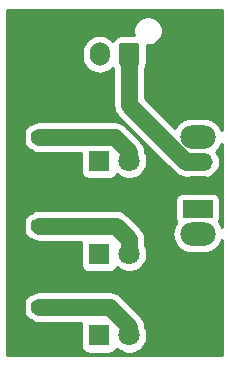
<source format=gbr>
%TF.GenerationSoftware,KiCad,Pcbnew,(5.1.9)-1*%
%TF.CreationDate,2022-03-01T01:02:47+08:00*%
%TF.ProjectId,LED,4c45442e-6b69-4636-9164-5f7063625858,rev?*%
%TF.SameCoordinates,Original*%
%TF.FileFunction,Copper,L1,Top*%
%TF.FilePolarity,Positive*%
%FSLAX46Y46*%
G04 Gerber Fmt 4.6, Leading zero omitted, Abs format (unit mm)*
G04 Created by KiCad (PCBNEW (5.1.9)-1) date 2022-03-01 01:02:47*
%MOMM*%
%LPD*%
G01*
G04 APERTURE LIST*
%TA.AperFunction,ComponentPad*%
%ADD10O,3.000000X2.000000*%
%TD*%
%TA.AperFunction,ComponentPad*%
%ADD11O,2.500000X1.500000*%
%TD*%
%TA.AperFunction,ComponentPad*%
%ADD12R,2.500000X1.500000*%
%TD*%
%TA.AperFunction,ComponentPad*%
%ADD13O,1.700000X2.000000*%
%TD*%
%TA.AperFunction,ComponentPad*%
%ADD14C,1.800000*%
%TD*%
%TA.AperFunction,ComponentPad*%
%ADD15R,1.800000X1.800000*%
%TD*%
%TA.AperFunction,Conductor*%
%ADD16C,1.400000*%
%TD*%
%TA.AperFunction,Conductor*%
%ADD17C,0.254000*%
%TD*%
%TA.AperFunction,Conductor*%
%ADD18C,0.100000*%
%TD*%
G04 APERTURE END LIST*
D10*
%TO.P,SW1,*%
%TO.N,*%
X186800000Y-91400000D03*
X186800000Y-99600000D03*
D11*
%TO.P,SW1,3*%
%TO.N,Net-(J1-Pad1)*%
X186800000Y-93500000D03*
%TO.P,SW1,2*%
%TO.N,Net-(R1-Pad1)*%
X186800000Y-95500000D03*
D12*
%TO.P,SW1,1*%
%TO.N,Net-(SW1-Pad1)*%
X186800000Y-97500000D03*
%TD*%
%TO.P,R3,2*%
%TO.N,Net-(D3-Pad2)*%
%TA.AperFunction,SMDPad,CuDef*%
G36*
G01*
X172949999Y-98400000D02*
X173850001Y-98400000D01*
G75*
G02*
X174100000Y-98649999I0J-249999D01*
G01*
X174100000Y-99175001D01*
G75*
G02*
X173850001Y-99425000I-249999J0D01*
G01*
X172949999Y-99425000D01*
G75*
G02*
X172700000Y-99175001I0J249999D01*
G01*
X172700000Y-98649999D01*
G75*
G02*
X172949999Y-98400000I249999J0D01*
G01*
G37*
%TD.AperFunction*%
%TO.P,R3,1*%
%TO.N,Net-(R1-Pad1)*%
%TA.AperFunction,SMDPad,CuDef*%
G36*
G01*
X172949999Y-96575000D02*
X173850001Y-96575000D01*
G75*
G02*
X174100000Y-96824999I0J-249999D01*
G01*
X174100000Y-97350001D01*
G75*
G02*
X173850001Y-97600000I-249999J0D01*
G01*
X172949999Y-97600000D01*
G75*
G02*
X172700000Y-97350001I0J249999D01*
G01*
X172700000Y-96824999D01*
G75*
G02*
X172949999Y-96575000I249999J0D01*
G01*
G37*
%TD.AperFunction*%
%TD*%
%TO.P,R2,2*%
%TO.N,Net-(D2-Pad2)*%
%TA.AperFunction,SMDPad,CuDef*%
G36*
G01*
X172949999Y-105300000D02*
X173850001Y-105300000D01*
G75*
G02*
X174100000Y-105549999I0J-249999D01*
G01*
X174100000Y-106075001D01*
G75*
G02*
X173850001Y-106325000I-249999J0D01*
G01*
X172949999Y-106325000D01*
G75*
G02*
X172700000Y-106075001I0J249999D01*
G01*
X172700000Y-105549999D01*
G75*
G02*
X172949999Y-105300000I249999J0D01*
G01*
G37*
%TD.AperFunction*%
%TO.P,R2,1*%
%TO.N,Net-(R1-Pad1)*%
%TA.AperFunction,SMDPad,CuDef*%
G36*
G01*
X172949999Y-103475000D02*
X173850001Y-103475000D01*
G75*
G02*
X174100000Y-103724999I0J-249999D01*
G01*
X174100000Y-104250001D01*
G75*
G02*
X173850001Y-104500000I-249999J0D01*
G01*
X172949999Y-104500000D01*
G75*
G02*
X172700000Y-104250001I0J249999D01*
G01*
X172700000Y-103724999D01*
G75*
G02*
X172949999Y-103475000I249999J0D01*
G01*
G37*
%TD.AperFunction*%
%TD*%
%TO.P,R1,2*%
%TO.N,Net-(D1-Pad2)*%
%TA.AperFunction,SMDPad,CuDef*%
G36*
G01*
X172949999Y-90900000D02*
X173850001Y-90900000D01*
G75*
G02*
X174100000Y-91149999I0J-249999D01*
G01*
X174100000Y-91675001D01*
G75*
G02*
X173850001Y-91925000I-249999J0D01*
G01*
X172949999Y-91925000D01*
G75*
G02*
X172700000Y-91675001I0J249999D01*
G01*
X172700000Y-91149999D01*
G75*
G02*
X172949999Y-90900000I249999J0D01*
G01*
G37*
%TD.AperFunction*%
%TO.P,R1,1*%
%TO.N,Net-(R1-Pad1)*%
%TA.AperFunction,SMDPad,CuDef*%
G36*
G01*
X172949999Y-89075000D02*
X173850001Y-89075000D01*
G75*
G02*
X174100000Y-89324999I0J-249999D01*
G01*
X174100000Y-89850001D01*
G75*
G02*
X173850001Y-90100000I-249999J0D01*
G01*
X172949999Y-90100000D01*
G75*
G02*
X172700000Y-89850001I0J249999D01*
G01*
X172700000Y-89324999D01*
G75*
G02*
X172949999Y-89075000I249999J0D01*
G01*
G37*
%TD.AperFunction*%
%TD*%
D13*
%TO.P,J1,2*%
%TO.N,Net-(D1-Pad1)*%
X178500000Y-84400000D03*
%TO.P,J1,1*%
%TO.N,Net-(J1-Pad1)*%
%TA.AperFunction,ComponentPad*%
G36*
G01*
X181850000Y-83650000D02*
X181850000Y-85150000D01*
G75*
G02*
X181600000Y-85400000I-250000J0D01*
G01*
X180400000Y-85400000D01*
G75*
G02*
X180150000Y-85150000I0J250000D01*
G01*
X180150000Y-83650000D01*
G75*
G02*
X180400000Y-83400000I250000J0D01*
G01*
X181600000Y-83400000D01*
G75*
G02*
X181850000Y-83650000I0J-250000D01*
G01*
G37*
%TD.AperFunction*%
%TD*%
D14*
%TO.P,D3,2*%
%TO.N,Net-(D3-Pad2)*%
X181015000Y-101300000D03*
D15*
%TO.P,D3,1*%
%TO.N,Net-(D1-Pad1)*%
X178475000Y-101300000D03*
%TD*%
D14*
%TO.P,D2,2*%
%TO.N,Net-(D2-Pad2)*%
X181015000Y-108200000D03*
D15*
%TO.P,D2,1*%
%TO.N,Net-(D1-Pad1)*%
X178475000Y-108200000D03*
%TD*%
D14*
%TO.P,D1,2*%
%TO.N,Net-(D1-Pad2)*%
X181015000Y-93400000D03*
D15*
%TO.P,D1,1*%
%TO.N,Net-(D1-Pad1)*%
X178475000Y-93400000D03*
%TD*%
D16*
%TO.N,Net-(D1-Pad2)*%
X181015000Y-92651398D02*
X181015000Y-93400000D01*
X179776102Y-91412500D02*
X181015000Y-92651398D01*
X173400000Y-91412500D02*
X179776102Y-91412500D01*
%TO.N,Net-(D2-Pad2)*%
X181015000Y-107451398D02*
X181015000Y-108200000D01*
X179376102Y-105812500D02*
X181015000Y-107451398D01*
X173400000Y-105812500D02*
X179376102Y-105812500D01*
%TO.N,Net-(D3-Pad2)*%
X181015000Y-100027208D02*
X181015000Y-101300000D01*
X179900292Y-98912500D02*
X181015000Y-100027208D01*
X173400000Y-98912500D02*
X179900292Y-98912500D01*
%TO.N,Net-(J1-Pad1)*%
X185816218Y-93500000D02*
X186800000Y-93500000D01*
X181000000Y-88683782D02*
X185816218Y-93500000D01*
X181000000Y-84400000D02*
X181000000Y-88683782D01*
%TD*%
D17*
%TO.N,Net-(R1-Pad1)*%
X188840000Y-90844298D02*
X188817852Y-90771285D01*
X188666031Y-90487248D01*
X188461714Y-90238286D01*
X188212752Y-90033969D01*
X187928715Y-89882148D01*
X187620516Y-89788657D01*
X187380322Y-89765000D01*
X186219678Y-89765000D01*
X185979484Y-89788657D01*
X185671285Y-89882148D01*
X185387248Y-90033969D01*
X185138286Y-90238286D01*
X184933969Y-90487248D01*
X184849490Y-90645297D01*
X182335000Y-88130808D01*
X182335000Y-85647535D01*
X182338405Y-85643386D01*
X182420472Y-85489850D01*
X182471008Y-85323254D01*
X182488072Y-85150000D01*
X182488072Y-83650000D01*
X182486595Y-83635000D01*
X182721637Y-83635000D01*
X182960236Y-83587540D01*
X183184992Y-83494443D01*
X183387267Y-83359287D01*
X183559287Y-83187267D01*
X183694443Y-82984992D01*
X183787540Y-82760236D01*
X183835000Y-82521637D01*
X183835000Y-82278363D01*
X183787540Y-82039764D01*
X183694443Y-81815008D01*
X183559287Y-81612733D01*
X183387267Y-81440713D01*
X183184992Y-81305557D01*
X182960236Y-81212460D01*
X182721637Y-81165000D01*
X182478363Y-81165000D01*
X182239764Y-81212460D01*
X182015008Y-81305557D01*
X181812733Y-81440713D01*
X181640713Y-81612733D01*
X181505557Y-81815008D01*
X181412460Y-82039764D01*
X181365000Y-82278363D01*
X181365000Y-82521637D01*
X181412460Y-82760236D01*
X181413161Y-82761928D01*
X180400000Y-82761928D01*
X180226746Y-82778992D01*
X180060150Y-82829528D01*
X179906614Y-82911595D01*
X179772038Y-83022038D01*
X179661595Y-83156614D01*
X179607223Y-83258337D01*
X179555134Y-83194866D01*
X179329014Y-83009294D01*
X179071034Y-82871401D01*
X178791111Y-82786487D01*
X178500000Y-82757815D01*
X178208890Y-82786487D01*
X177928967Y-82871401D01*
X177670987Y-83009294D01*
X177444866Y-83194866D01*
X177259294Y-83420986D01*
X177121401Y-83678966D01*
X177036487Y-83958889D01*
X177015000Y-84177050D01*
X177015000Y-84622949D01*
X177036487Y-84841110D01*
X177121401Y-85121033D01*
X177259294Y-85379013D01*
X177444866Y-85605134D01*
X177670986Y-85790706D01*
X177928966Y-85928599D01*
X178208889Y-86013513D01*
X178500000Y-86042185D01*
X178791110Y-86013513D01*
X179071033Y-85928599D01*
X179329013Y-85790706D01*
X179555134Y-85605134D01*
X179607223Y-85541663D01*
X179661595Y-85643386D01*
X179665000Y-85647535D01*
X179665001Y-88618194D01*
X179658541Y-88683782D01*
X179684317Y-88945487D01*
X179760654Y-89197136D01*
X179884619Y-89429057D01*
X180051446Y-89632337D01*
X180102387Y-89674143D01*
X184825861Y-94397619D01*
X184867663Y-94448555D01*
X185070943Y-94615382D01*
X185302864Y-94739347D01*
X185455882Y-94785764D01*
X185554512Y-94815683D01*
X185816218Y-94841459D01*
X185881797Y-94835000D01*
X185929728Y-94835000D01*
X186028493Y-94864960D01*
X186231963Y-94885000D01*
X187368037Y-94885000D01*
X187571507Y-94864960D01*
X187832581Y-94785764D01*
X188073188Y-94657157D01*
X188284081Y-94484081D01*
X188457157Y-94273188D01*
X188585764Y-94032581D01*
X188664960Y-93771507D01*
X188691701Y-93500000D01*
X188664960Y-93228493D01*
X188585764Y-92967419D01*
X188457157Y-92726812D01*
X188378028Y-92630393D01*
X188461714Y-92561714D01*
X188666031Y-92312752D01*
X188817852Y-92028715D01*
X188840000Y-91955701D01*
X188840001Y-99044299D01*
X188817852Y-98971285D01*
X188666031Y-98687248D01*
X188587471Y-98591522D01*
X188639502Y-98494180D01*
X188675812Y-98374482D01*
X188688072Y-98250000D01*
X188688072Y-96750000D01*
X188675812Y-96625518D01*
X188639502Y-96505820D01*
X188580537Y-96395506D01*
X188501185Y-96298815D01*
X188404494Y-96219463D01*
X188294180Y-96160498D01*
X188174482Y-96124188D01*
X188050000Y-96111928D01*
X185550000Y-96111928D01*
X185425518Y-96124188D01*
X185305820Y-96160498D01*
X185195506Y-96219463D01*
X185098815Y-96298815D01*
X185019463Y-96395506D01*
X184960498Y-96505820D01*
X184924188Y-96625518D01*
X184911928Y-96750000D01*
X184911928Y-98250000D01*
X184924188Y-98374482D01*
X184960498Y-98494180D01*
X185012529Y-98591522D01*
X184933969Y-98687248D01*
X184782148Y-98971285D01*
X184688657Y-99279484D01*
X184657089Y-99600000D01*
X184688657Y-99920516D01*
X184782148Y-100228715D01*
X184933969Y-100512752D01*
X185138286Y-100761714D01*
X185387248Y-100966031D01*
X185671285Y-101117852D01*
X185979484Y-101211343D01*
X186219678Y-101235000D01*
X187380322Y-101235000D01*
X187620516Y-101211343D01*
X187928715Y-101117852D01*
X188212752Y-100966031D01*
X188461714Y-100761714D01*
X188666031Y-100512752D01*
X188817852Y-100228715D01*
X188840001Y-100155701D01*
X188840001Y-109840000D01*
X170660000Y-109840000D01*
X170660000Y-105812500D01*
X172058541Y-105812500D01*
X172061928Y-105846889D01*
X172061928Y-106075001D01*
X172078992Y-106248255D01*
X172129528Y-106414851D01*
X172211595Y-106568387D01*
X172322038Y-106702962D01*
X172456613Y-106813405D01*
X172610149Y-106895472D01*
X172618214Y-106897919D01*
X172654725Y-106927882D01*
X172886646Y-107051847D01*
X173138294Y-107128183D01*
X173334421Y-107147500D01*
X176957687Y-107147500D01*
X176949188Y-107175518D01*
X176936928Y-107300000D01*
X176936928Y-109100000D01*
X176949188Y-109224482D01*
X176985498Y-109344180D01*
X177044463Y-109454494D01*
X177123815Y-109551185D01*
X177220506Y-109630537D01*
X177330820Y-109689502D01*
X177450518Y-109725812D01*
X177575000Y-109738072D01*
X179375000Y-109738072D01*
X179499482Y-109725812D01*
X179619180Y-109689502D01*
X179729494Y-109630537D01*
X179826185Y-109551185D01*
X179905537Y-109454494D01*
X179964502Y-109344180D01*
X179970056Y-109325873D01*
X180036495Y-109392312D01*
X180287905Y-109560299D01*
X180567257Y-109676011D01*
X180863816Y-109735000D01*
X181166184Y-109735000D01*
X181462743Y-109676011D01*
X181742095Y-109560299D01*
X181993505Y-109392312D01*
X182207312Y-109178505D01*
X182375299Y-108927095D01*
X182491011Y-108647743D01*
X182550000Y-108351184D01*
X182550000Y-108048816D01*
X182491011Y-107752257D01*
X182375299Y-107472905D01*
X182355686Y-107443553D01*
X182330683Y-107189692D01*
X182317884Y-107147500D01*
X182254347Y-106938044D01*
X182130382Y-106706123D01*
X182094112Y-106661928D01*
X182005359Y-106553781D01*
X182005357Y-106553779D01*
X181963555Y-106502843D01*
X181912620Y-106461042D01*
X180366467Y-104914891D01*
X180324657Y-104863945D01*
X180121377Y-104697118D01*
X179889456Y-104573153D01*
X179637808Y-104496817D01*
X179441681Y-104477500D01*
X179376102Y-104471041D01*
X179310523Y-104477500D01*
X173334421Y-104477500D01*
X173138294Y-104496817D01*
X172886646Y-104573153D01*
X172654725Y-104697118D01*
X172618214Y-104727081D01*
X172610149Y-104729528D01*
X172456613Y-104811595D01*
X172322038Y-104922038D01*
X172211595Y-105056613D01*
X172129528Y-105210149D01*
X172078992Y-105376745D01*
X172061928Y-105549999D01*
X172061928Y-105778111D01*
X172058541Y-105812500D01*
X170660000Y-105812500D01*
X170660000Y-98912500D01*
X172058541Y-98912500D01*
X172061928Y-98946889D01*
X172061928Y-99175001D01*
X172078992Y-99348255D01*
X172129528Y-99514851D01*
X172211595Y-99668387D01*
X172322038Y-99802962D01*
X172456613Y-99913405D01*
X172610149Y-99995472D01*
X172618214Y-99997919D01*
X172654725Y-100027882D01*
X172886646Y-100151847D01*
X173138294Y-100228183D01*
X173334421Y-100247500D01*
X176957687Y-100247500D01*
X176949188Y-100275518D01*
X176936928Y-100400000D01*
X176936928Y-102200000D01*
X176949188Y-102324482D01*
X176985498Y-102444180D01*
X177044463Y-102554494D01*
X177123815Y-102651185D01*
X177220506Y-102730537D01*
X177330820Y-102789502D01*
X177450518Y-102825812D01*
X177575000Y-102838072D01*
X179375000Y-102838072D01*
X179499482Y-102825812D01*
X179619180Y-102789502D01*
X179729494Y-102730537D01*
X179826185Y-102651185D01*
X179905537Y-102554494D01*
X179964502Y-102444180D01*
X179970056Y-102425873D01*
X180036495Y-102492312D01*
X180287905Y-102660299D01*
X180567257Y-102776011D01*
X180863816Y-102835000D01*
X181166184Y-102835000D01*
X181462743Y-102776011D01*
X181742095Y-102660299D01*
X181993505Y-102492312D01*
X182207312Y-102278505D01*
X182375299Y-102027095D01*
X182491011Y-101747743D01*
X182550000Y-101451184D01*
X182550000Y-101148816D01*
X182491011Y-100852257D01*
X182375299Y-100572905D01*
X182350000Y-100535042D01*
X182350000Y-100092786D01*
X182356459Y-100027207D01*
X182330683Y-99765502D01*
X182329599Y-99761928D01*
X182254347Y-99513854D01*
X182130382Y-99281933D01*
X181963555Y-99078653D01*
X181912614Y-99036848D01*
X180890658Y-98014891D01*
X180848847Y-97963945D01*
X180645567Y-97797118D01*
X180413646Y-97673153D01*
X180161998Y-97596817D01*
X179965871Y-97577500D01*
X179900292Y-97571041D01*
X179834713Y-97577500D01*
X173334421Y-97577500D01*
X173138294Y-97596817D01*
X172886646Y-97673153D01*
X172654725Y-97797118D01*
X172618214Y-97827081D01*
X172610149Y-97829528D01*
X172456613Y-97911595D01*
X172322038Y-98022038D01*
X172211595Y-98156613D01*
X172129528Y-98310149D01*
X172078992Y-98476745D01*
X172061928Y-98649999D01*
X172061928Y-98878111D01*
X172058541Y-98912500D01*
X170660000Y-98912500D01*
X170660000Y-91412500D01*
X172058541Y-91412500D01*
X172061928Y-91446889D01*
X172061928Y-91675001D01*
X172078992Y-91848255D01*
X172129528Y-92014851D01*
X172211595Y-92168387D01*
X172322038Y-92302962D01*
X172456613Y-92413405D01*
X172610149Y-92495472D01*
X172618214Y-92497919D01*
X172654725Y-92527882D01*
X172886646Y-92651847D01*
X173138294Y-92728183D01*
X173334421Y-92747500D01*
X176936928Y-92747500D01*
X176936928Y-94300000D01*
X176949188Y-94424482D01*
X176985498Y-94544180D01*
X177044463Y-94654494D01*
X177123815Y-94751185D01*
X177220506Y-94830537D01*
X177330820Y-94889502D01*
X177450518Y-94925812D01*
X177575000Y-94938072D01*
X179375000Y-94938072D01*
X179499482Y-94925812D01*
X179619180Y-94889502D01*
X179729494Y-94830537D01*
X179826185Y-94751185D01*
X179905537Y-94654494D01*
X179964502Y-94544180D01*
X179970056Y-94525873D01*
X180036495Y-94592312D01*
X180287905Y-94760299D01*
X180567257Y-94876011D01*
X180863816Y-94935000D01*
X181166184Y-94935000D01*
X181462743Y-94876011D01*
X181742095Y-94760299D01*
X181993505Y-94592312D01*
X182207312Y-94378505D01*
X182375299Y-94127095D01*
X182491011Y-93847743D01*
X182550000Y-93551184D01*
X182550000Y-93248816D01*
X182491011Y-92952257D01*
X182375299Y-92672905D01*
X182355686Y-92643553D01*
X182350000Y-92585819D01*
X182330683Y-92389692D01*
X182254347Y-92138044D01*
X182130382Y-91906123D01*
X181963555Y-91702843D01*
X181912614Y-91661038D01*
X180766468Y-90514891D01*
X180724657Y-90463945D01*
X180521377Y-90297118D01*
X180289456Y-90173153D01*
X180037808Y-90096817D01*
X179841681Y-90077500D01*
X179776102Y-90071041D01*
X179710523Y-90077500D01*
X173334421Y-90077500D01*
X173138294Y-90096817D01*
X172886646Y-90173153D01*
X172654725Y-90297118D01*
X172618214Y-90327081D01*
X172610149Y-90329528D01*
X172456613Y-90411595D01*
X172322038Y-90522038D01*
X172211595Y-90656613D01*
X172129528Y-90810149D01*
X172078992Y-90976745D01*
X172061928Y-91149999D01*
X172061928Y-91378111D01*
X172058541Y-91412500D01*
X170660000Y-91412500D01*
X170660000Y-80660000D01*
X188840000Y-80660000D01*
X188840000Y-90844298D01*
%TA.AperFunction,Conductor*%
D18*
G36*
X188840000Y-90844298D02*
G01*
X188817852Y-90771285D01*
X188666031Y-90487248D01*
X188461714Y-90238286D01*
X188212752Y-90033969D01*
X187928715Y-89882148D01*
X187620516Y-89788657D01*
X187380322Y-89765000D01*
X186219678Y-89765000D01*
X185979484Y-89788657D01*
X185671285Y-89882148D01*
X185387248Y-90033969D01*
X185138286Y-90238286D01*
X184933969Y-90487248D01*
X184849490Y-90645297D01*
X182335000Y-88130808D01*
X182335000Y-85647535D01*
X182338405Y-85643386D01*
X182420472Y-85489850D01*
X182471008Y-85323254D01*
X182488072Y-85150000D01*
X182488072Y-83650000D01*
X182486595Y-83635000D01*
X182721637Y-83635000D01*
X182960236Y-83587540D01*
X183184992Y-83494443D01*
X183387267Y-83359287D01*
X183559287Y-83187267D01*
X183694443Y-82984992D01*
X183787540Y-82760236D01*
X183835000Y-82521637D01*
X183835000Y-82278363D01*
X183787540Y-82039764D01*
X183694443Y-81815008D01*
X183559287Y-81612733D01*
X183387267Y-81440713D01*
X183184992Y-81305557D01*
X182960236Y-81212460D01*
X182721637Y-81165000D01*
X182478363Y-81165000D01*
X182239764Y-81212460D01*
X182015008Y-81305557D01*
X181812733Y-81440713D01*
X181640713Y-81612733D01*
X181505557Y-81815008D01*
X181412460Y-82039764D01*
X181365000Y-82278363D01*
X181365000Y-82521637D01*
X181412460Y-82760236D01*
X181413161Y-82761928D01*
X180400000Y-82761928D01*
X180226746Y-82778992D01*
X180060150Y-82829528D01*
X179906614Y-82911595D01*
X179772038Y-83022038D01*
X179661595Y-83156614D01*
X179607223Y-83258337D01*
X179555134Y-83194866D01*
X179329014Y-83009294D01*
X179071034Y-82871401D01*
X178791111Y-82786487D01*
X178500000Y-82757815D01*
X178208890Y-82786487D01*
X177928967Y-82871401D01*
X177670987Y-83009294D01*
X177444866Y-83194866D01*
X177259294Y-83420986D01*
X177121401Y-83678966D01*
X177036487Y-83958889D01*
X177015000Y-84177050D01*
X177015000Y-84622949D01*
X177036487Y-84841110D01*
X177121401Y-85121033D01*
X177259294Y-85379013D01*
X177444866Y-85605134D01*
X177670986Y-85790706D01*
X177928966Y-85928599D01*
X178208889Y-86013513D01*
X178500000Y-86042185D01*
X178791110Y-86013513D01*
X179071033Y-85928599D01*
X179329013Y-85790706D01*
X179555134Y-85605134D01*
X179607223Y-85541663D01*
X179661595Y-85643386D01*
X179665000Y-85647535D01*
X179665001Y-88618194D01*
X179658541Y-88683782D01*
X179684317Y-88945487D01*
X179760654Y-89197136D01*
X179884619Y-89429057D01*
X180051446Y-89632337D01*
X180102387Y-89674143D01*
X184825861Y-94397619D01*
X184867663Y-94448555D01*
X185070943Y-94615382D01*
X185302864Y-94739347D01*
X185455882Y-94785764D01*
X185554512Y-94815683D01*
X185816218Y-94841459D01*
X185881797Y-94835000D01*
X185929728Y-94835000D01*
X186028493Y-94864960D01*
X186231963Y-94885000D01*
X187368037Y-94885000D01*
X187571507Y-94864960D01*
X187832581Y-94785764D01*
X188073188Y-94657157D01*
X188284081Y-94484081D01*
X188457157Y-94273188D01*
X188585764Y-94032581D01*
X188664960Y-93771507D01*
X188691701Y-93500000D01*
X188664960Y-93228493D01*
X188585764Y-92967419D01*
X188457157Y-92726812D01*
X188378028Y-92630393D01*
X188461714Y-92561714D01*
X188666031Y-92312752D01*
X188817852Y-92028715D01*
X188840000Y-91955701D01*
X188840001Y-99044299D01*
X188817852Y-98971285D01*
X188666031Y-98687248D01*
X188587471Y-98591522D01*
X188639502Y-98494180D01*
X188675812Y-98374482D01*
X188688072Y-98250000D01*
X188688072Y-96750000D01*
X188675812Y-96625518D01*
X188639502Y-96505820D01*
X188580537Y-96395506D01*
X188501185Y-96298815D01*
X188404494Y-96219463D01*
X188294180Y-96160498D01*
X188174482Y-96124188D01*
X188050000Y-96111928D01*
X185550000Y-96111928D01*
X185425518Y-96124188D01*
X185305820Y-96160498D01*
X185195506Y-96219463D01*
X185098815Y-96298815D01*
X185019463Y-96395506D01*
X184960498Y-96505820D01*
X184924188Y-96625518D01*
X184911928Y-96750000D01*
X184911928Y-98250000D01*
X184924188Y-98374482D01*
X184960498Y-98494180D01*
X185012529Y-98591522D01*
X184933969Y-98687248D01*
X184782148Y-98971285D01*
X184688657Y-99279484D01*
X184657089Y-99600000D01*
X184688657Y-99920516D01*
X184782148Y-100228715D01*
X184933969Y-100512752D01*
X185138286Y-100761714D01*
X185387248Y-100966031D01*
X185671285Y-101117852D01*
X185979484Y-101211343D01*
X186219678Y-101235000D01*
X187380322Y-101235000D01*
X187620516Y-101211343D01*
X187928715Y-101117852D01*
X188212752Y-100966031D01*
X188461714Y-100761714D01*
X188666031Y-100512752D01*
X188817852Y-100228715D01*
X188840001Y-100155701D01*
X188840001Y-109840000D01*
X170660000Y-109840000D01*
X170660000Y-105812500D01*
X172058541Y-105812500D01*
X172061928Y-105846889D01*
X172061928Y-106075001D01*
X172078992Y-106248255D01*
X172129528Y-106414851D01*
X172211595Y-106568387D01*
X172322038Y-106702962D01*
X172456613Y-106813405D01*
X172610149Y-106895472D01*
X172618214Y-106897919D01*
X172654725Y-106927882D01*
X172886646Y-107051847D01*
X173138294Y-107128183D01*
X173334421Y-107147500D01*
X176957687Y-107147500D01*
X176949188Y-107175518D01*
X176936928Y-107300000D01*
X176936928Y-109100000D01*
X176949188Y-109224482D01*
X176985498Y-109344180D01*
X177044463Y-109454494D01*
X177123815Y-109551185D01*
X177220506Y-109630537D01*
X177330820Y-109689502D01*
X177450518Y-109725812D01*
X177575000Y-109738072D01*
X179375000Y-109738072D01*
X179499482Y-109725812D01*
X179619180Y-109689502D01*
X179729494Y-109630537D01*
X179826185Y-109551185D01*
X179905537Y-109454494D01*
X179964502Y-109344180D01*
X179970056Y-109325873D01*
X180036495Y-109392312D01*
X180287905Y-109560299D01*
X180567257Y-109676011D01*
X180863816Y-109735000D01*
X181166184Y-109735000D01*
X181462743Y-109676011D01*
X181742095Y-109560299D01*
X181993505Y-109392312D01*
X182207312Y-109178505D01*
X182375299Y-108927095D01*
X182491011Y-108647743D01*
X182550000Y-108351184D01*
X182550000Y-108048816D01*
X182491011Y-107752257D01*
X182375299Y-107472905D01*
X182355686Y-107443553D01*
X182330683Y-107189692D01*
X182317884Y-107147500D01*
X182254347Y-106938044D01*
X182130382Y-106706123D01*
X182094112Y-106661928D01*
X182005359Y-106553781D01*
X182005357Y-106553779D01*
X181963555Y-106502843D01*
X181912620Y-106461042D01*
X180366467Y-104914891D01*
X180324657Y-104863945D01*
X180121377Y-104697118D01*
X179889456Y-104573153D01*
X179637808Y-104496817D01*
X179441681Y-104477500D01*
X179376102Y-104471041D01*
X179310523Y-104477500D01*
X173334421Y-104477500D01*
X173138294Y-104496817D01*
X172886646Y-104573153D01*
X172654725Y-104697118D01*
X172618214Y-104727081D01*
X172610149Y-104729528D01*
X172456613Y-104811595D01*
X172322038Y-104922038D01*
X172211595Y-105056613D01*
X172129528Y-105210149D01*
X172078992Y-105376745D01*
X172061928Y-105549999D01*
X172061928Y-105778111D01*
X172058541Y-105812500D01*
X170660000Y-105812500D01*
X170660000Y-98912500D01*
X172058541Y-98912500D01*
X172061928Y-98946889D01*
X172061928Y-99175001D01*
X172078992Y-99348255D01*
X172129528Y-99514851D01*
X172211595Y-99668387D01*
X172322038Y-99802962D01*
X172456613Y-99913405D01*
X172610149Y-99995472D01*
X172618214Y-99997919D01*
X172654725Y-100027882D01*
X172886646Y-100151847D01*
X173138294Y-100228183D01*
X173334421Y-100247500D01*
X176957687Y-100247500D01*
X176949188Y-100275518D01*
X176936928Y-100400000D01*
X176936928Y-102200000D01*
X176949188Y-102324482D01*
X176985498Y-102444180D01*
X177044463Y-102554494D01*
X177123815Y-102651185D01*
X177220506Y-102730537D01*
X177330820Y-102789502D01*
X177450518Y-102825812D01*
X177575000Y-102838072D01*
X179375000Y-102838072D01*
X179499482Y-102825812D01*
X179619180Y-102789502D01*
X179729494Y-102730537D01*
X179826185Y-102651185D01*
X179905537Y-102554494D01*
X179964502Y-102444180D01*
X179970056Y-102425873D01*
X180036495Y-102492312D01*
X180287905Y-102660299D01*
X180567257Y-102776011D01*
X180863816Y-102835000D01*
X181166184Y-102835000D01*
X181462743Y-102776011D01*
X181742095Y-102660299D01*
X181993505Y-102492312D01*
X182207312Y-102278505D01*
X182375299Y-102027095D01*
X182491011Y-101747743D01*
X182550000Y-101451184D01*
X182550000Y-101148816D01*
X182491011Y-100852257D01*
X182375299Y-100572905D01*
X182350000Y-100535042D01*
X182350000Y-100092786D01*
X182356459Y-100027207D01*
X182330683Y-99765502D01*
X182329599Y-99761928D01*
X182254347Y-99513854D01*
X182130382Y-99281933D01*
X181963555Y-99078653D01*
X181912614Y-99036848D01*
X180890658Y-98014891D01*
X180848847Y-97963945D01*
X180645567Y-97797118D01*
X180413646Y-97673153D01*
X180161998Y-97596817D01*
X179965871Y-97577500D01*
X179900292Y-97571041D01*
X179834713Y-97577500D01*
X173334421Y-97577500D01*
X173138294Y-97596817D01*
X172886646Y-97673153D01*
X172654725Y-97797118D01*
X172618214Y-97827081D01*
X172610149Y-97829528D01*
X172456613Y-97911595D01*
X172322038Y-98022038D01*
X172211595Y-98156613D01*
X172129528Y-98310149D01*
X172078992Y-98476745D01*
X172061928Y-98649999D01*
X172061928Y-98878111D01*
X172058541Y-98912500D01*
X170660000Y-98912500D01*
X170660000Y-91412500D01*
X172058541Y-91412500D01*
X172061928Y-91446889D01*
X172061928Y-91675001D01*
X172078992Y-91848255D01*
X172129528Y-92014851D01*
X172211595Y-92168387D01*
X172322038Y-92302962D01*
X172456613Y-92413405D01*
X172610149Y-92495472D01*
X172618214Y-92497919D01*
X172654725Y-92527882D01*
X172886646Y-92651847D01*
X173138294Y-92728183D01*
X173334421Y-92747500D01*
X176936928Y-92747500D01*
X176936928Y-94300000D01*
X176949188Y-94424482D01*
X176985498Y-94544180D01*
X177044463Y-94654494D01*
X177123815Y-94751185D01*
X177220506Y-94830537D01*
X177330820Y-94889502D01*
X177450518Y-94925812D01*
X177575000Y-94938072D01*
X179375000Y-94938072D01*
X179499482Y-94925812D01*
X179619180Y-94889502D01*
X179729494Y-94830537D01*
X179826185Y-94751185D01*
X179905537Y-94654494D01*
X179964502Y-94544180D01*
X179970056Y-94525873D01*
X180036495Y-94592312D01*
X180287905Y-94760299D01*
X180567257Y-94876011D01*
X180863816Y-94935000D01*
X181166184Y-94935000D01*
X181462743Y-94876011D01*
X181742095Y-94760299D01*
X181993505Y-94592312D01*
X182207312Y-94378505D01*
X182375299Y-94127095D01*
X182491011Y-93847743D01*
X182550000Y-93551184D01*
X182550000Y-93248816D01*
X182491011Y-92952257D01*
X182375299Y-92672905D01*
X182355686Y-92643553D01*
X182350000Y-92585819D01*
X182330683Y-92389692D01*
X182254347Y-92138044D01*
X182130382Y-91906123D01*
X181963555Y-91702843D01*
X181912614Y-91661038D01*
X180766468Y-90514891D01*
X180724657Y-90463945D01*
X180521377Y-90297118D01*
X180289456Y-90173153D01*
X180037808Y-90096817D01*
X179841681Y-90077500D01*
X179776102Y-90071041D01*
X179710523Y-90077500D01*
X173334421Y-90077500D01*
X173138294Y-90096817D01*
X172886646Y-90173153D01*
X172654725Y-90297118D01*
X172618214Y-90327081D01*
X172610149Y-90329528D01*
X172456613Y-90411595D01*
X172322038Y-90522038D01*
X172211595Y-90656613D01*
X172129528Y-90810149D01*
X172078992Y-90976745D01*
X172061928Y-91149999D01*
X172061928Y-91378111D01*
X172058541Y-91412500D01*
X170660000Y-91412500D01*
X170660000Y-80660000D01*
X188840000Y-80660000D01*
X188840000Y-90844298D01*
G37*
%TD.AperFunction*%
%TD*%
M02*

</source>
